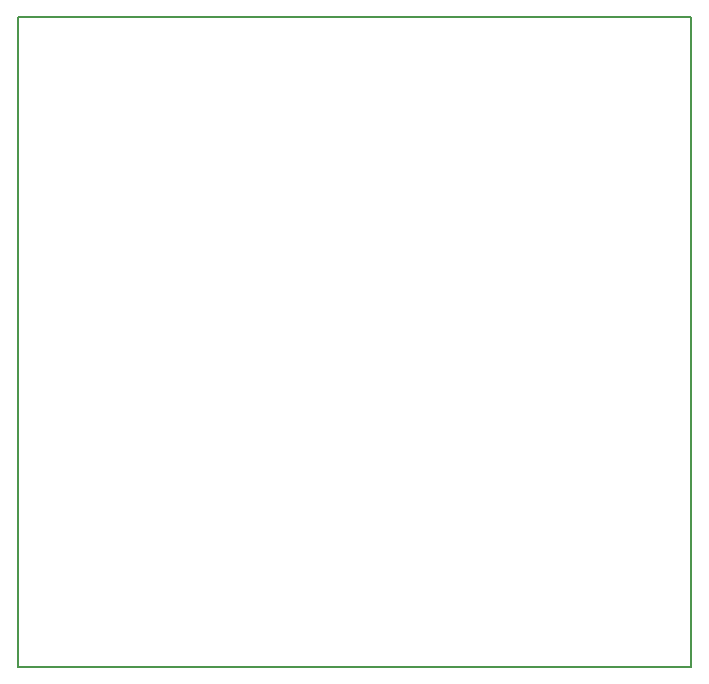
<source format=gbr>
%TF.GenerationSoftware,KiCad,Pcbnew,(5.0.2)-1*%
%TF.CreationDate,2019-04-17T22:45:11+02:00*%
%TF.ProjectId,nfc-door-x4,6e66632d-646f-46f7-922d-78342e6b6963,rev?*%
%TF.SameCoordinates,Original*%
%TF.FileFunction,Profile,NP*%
%FSLAX46Y46*%
G04 Gerber Fmt 4.6, Leading zero omitted, Abs format (unit mm)*
G04 Created by KiCad (PCBNEW (5.0.2)-1) date 17.04.2019 22:45:11*
%MOMM*%
%LPD*%
G01*
G04 APERTURE LIST*
%ADD10C,0.150000*%
G04 APERTURE END LIST*
D10*
X60740000Y-103784000D02*
X117740000Y-103784000D01*
X60740000Y-158784000D02*
X60740000Y-103784000D01*
X117740000Y-158784000D02*
X117740000Y-103784000D01*
X60740000Y-158784000D02*
X117740000Y-158784000D01*
M02*

</source>
